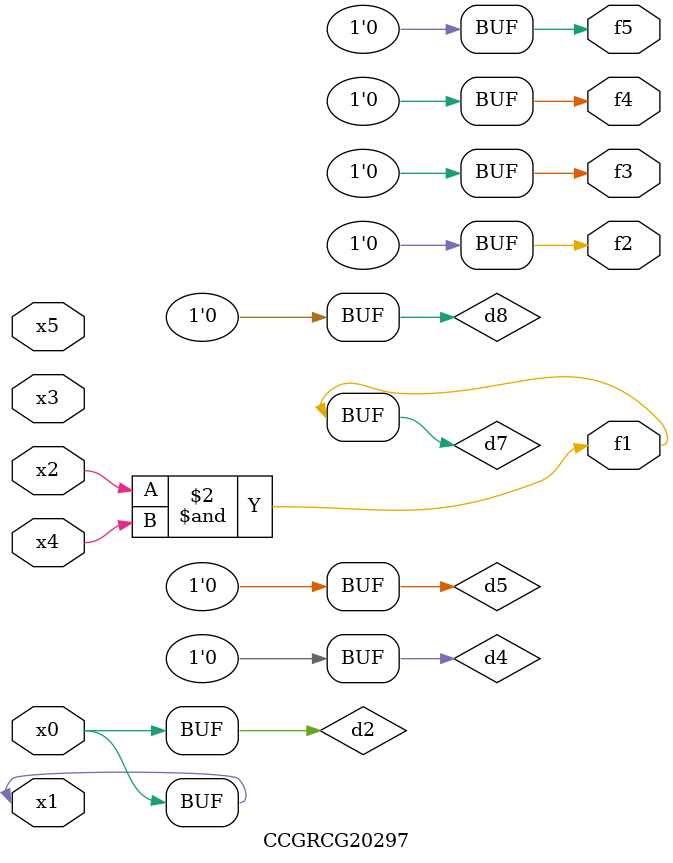
<source format=v>
module CCGRCG20297(
	input x0, x1, x2, x3, x4, x5,
	output f1, f2, f3, f4, f5
);

	wire d1, d2, d3, d4, d5, d6, d7, d8, d9;

	nand (d1, x1);
	buf (d2, x0, x1);
	nand (d3, x2, x4);
	and (d4, d1, d2);
	and (d5, d1, d2);
	nand (d6, d1, d3);
	not (d7, d3);
	xor (d8, d5);
	nor (d9, d5, d6);
	assign f1 = d7;
	assign f2 = d8;
	assign f3 = d8;
	assign f4 = d8;
	assign f5 = d8;
endmodule

</source>
